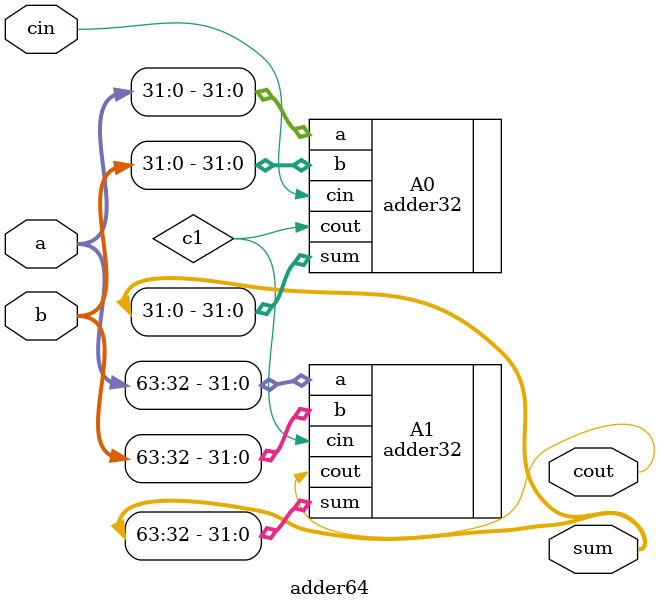
<source format=v>
module adder64(
    input  wire [63:0] a,
    input  wire [63:0] b,
    input  wire        cin,
    output wire [63:0] sum,
    output wire        cout
);
    wire c1;
    adder32 A0(.a(a[31:0]),  .b(b[31:0]),  .cin(cin), .sum(sum[31:0]),  .cout(c1));
    adder32 A1(.a(a[63:32]), .b(b[63:32]), .cin(c1),  .sum(sum[63:32]), .cout(cout));
endmodule
</source>
